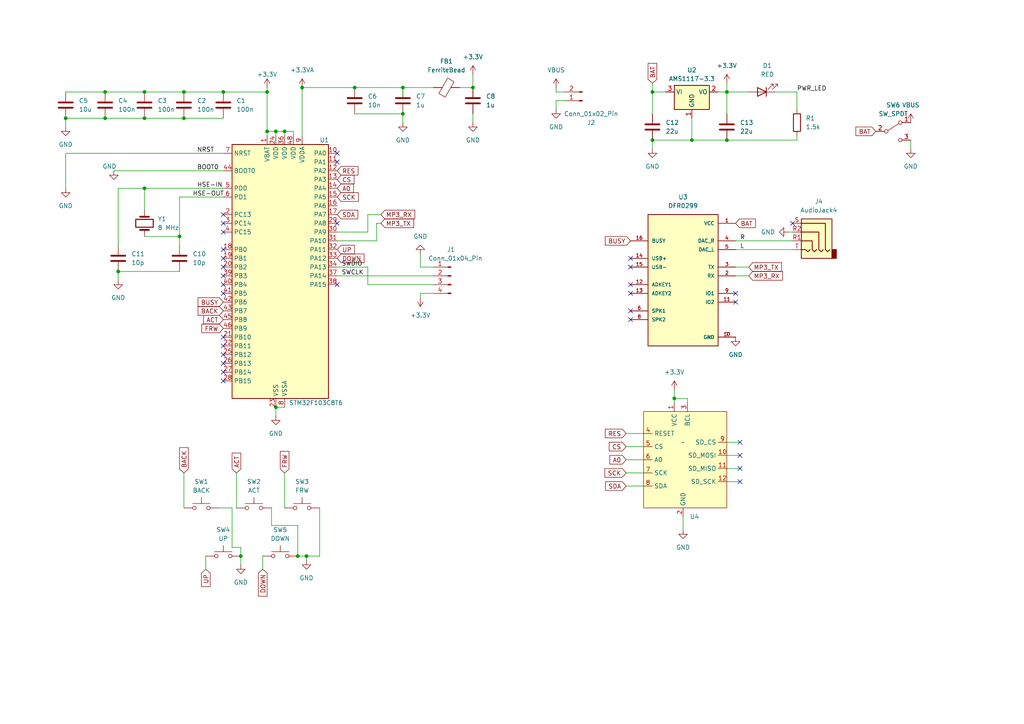
<source format=kicad_sch>
(kicad_sch (version 20230121) (generator eeschema)
  (paper "A4")
  (lib_symbols
    (symbol "Connector:Conn_01x02_Pin" (pin_names (offset 1.016) hide)
      (property "Reference" "J" (at 0 2.54 0))
      (property "Value" "Conn_01x02_Pin" (at 0 -5.08 0))
      (symbol "Conn_01x02_Pin_1_1"
        (polyline (pts (xy 1.27 -2.54) (xy 0.8636 -2.54)) (stroke (width 0.1524)))
        (polyline (pts (xy 1.27 0) (xy 0.8636 0)) (stroke (width 0.1524)))
        (rectangle (start 0.8636 -2.413) (end 0 -2.667) (stroke (width 0.1524)) (fill (type outline)))
        (rectangle (start 0.8636 0.127) (end 0 -0.127) (stroke (width 0.1524)) (fill (type outline)))
        (pin passive line (at 5.08 0 180) (length 3.81) (name "Pin_1") (number "1"))
        (pin passive line (at 5.08 -2.54 180) (length 3.81) (name "Pin_2") (number "2"))
      )
    )
    (symbol "Connector:Conn_01x04_Pin" (pin_names (offset 1.016) hide)
      (property "Reference" "J" (at 0 5.08 0))
      (property "Value" "Conn_01x04_Pin" (at 0 -7.62 0))
      (symbol "Conn_01x04_Pin_1_1"
        (polyline (pts (xy 1.27 -5.08) (xy 0.8636 -5.08)) (stroke (width 0.1524)))
        (polyline (pts (xy 1.27 -2.54) (xy 0.8636 -2.54)) (stroke (width 0.1524)))
        (polyline (pts (xy 1.27 0) (xy 0.8636 0)) (stroke (width 0.1524)))
        (polyline (pts (xy 1.27 2.54) (xy 0.8636 2.54)) (stroke (width 0.1524)))
        (rectangle (start 0.8636 -4.953) (end 0 -5.207) (stroke (width 0.1524)) (fill (type outline)))
        (rectangle (start 0.8636 -2.413) (end 0 -2.667) (stroke (width 0.1524)) (fill (type outline)))
        (rectangle (start 0.8636 0.127) (end 0 -0.127) (stroke (width 0.1524)) (fill (type outline)))
        (rectangle (start 0.8636 2.667) (end 0 2.413) (stroke (width 0.1524)) (fill (type outline)))
        (pin passive line (at 5.08 2.54 180) (length 3.81) (name "Pin_1") (number "1"))
        (pin passive line (at 5.08 0 180) (length 3.81) (name "Pin_2") (number "2"))
        (pin passive line (at 5.08 -2.54 180) (length 3.81) (name "Pin_3") (number "3"))
        (pin passive line (at 5.08 -5.08 180) (length 3.81) (name "Pin_4") (number "4"))
      )
    )
    (symbol "DFR0299:DFR0299" (pin_names (offset 1.016))
      (property "Reference" "U" (at -10.16 18.542 0))
      (property "Value" "DFR0299" (at -10.16 -22.86 0))
      (symbol "DFR0299_0_0"
        (rectangle (start -10.16 -20.32) (end 10.16 17.78) (stroke (width 0.254)) (fill (type background)))
        (pin power_in line (at 15.24 15.24 180) (length 5.08) (name "VCC") (number "1"))
        (pin power_in line (at 15.24 -17.78 180) (length 5.08) (name "GND") (number "10"))
        (pin bidirectional line (at 15.24 -7.62 180) (length 5.08) (name "IO2") (number "11"))
        (pin input line (at -15.24 -2.54 0) (length 5.08) (name "ADKEY1") (number "12"))
        (pin input line (at -15.24 -5.08 0) (length 5.08) (name "ADKEY2") (number "13"))
        (pin input line (at -15.24 5.08 0) (length 5.08) (name "USB+") (number "14"))
        (pin input line (at -15.24 2.54 0) (length 5.08) (name "USB-") (number "15"))
        (pin input line (at -15.24 10.16 0) (length 5.08) (name "BUSY") (number "16"))
        (pin input line (at 15.24 0 180) (length 5.08) (name "RX") (number "2"))
        (pin output line (at 15.24 2.54 180) (length 5.08) (name "TX") (number "3"))
        (pin output line (at 15.24 10.16 180) (length 5.08) (name "DAC_R") (number "4"))
        (pin output line (at 15.24 7.62 180) (length 5.08) (name "DAC_L") (number "5"))
        (pin passive line (at -15.24 -10.16 0) (length 5.08) (name "SPK1") (number "6"))
        (pin power_in line (at 15.24 -17.78 180) (length 5.08) (name "GND") (number "7"))
        (pin passive line (at -15.24 -12.7 0) (length 5.08) (name "SPK2") (number "8"))
        (pin bidirectional line (at 15.24 -5.08 180) (length 5.08) (name "IO1") (number "9"))
      )
    )
    (symbol "Device:C" (pin_numbers hide) (pin_names (offset 0.254))
      (property "Reference" "C" (at 0.635 2.54 0))
      (property "Value" "C" (at 0.635 -2.54 0))
      (symbol "C_0_1"
        (polyline (pts (xy -2.032 -0.762) (xy 2.032 -0.762)) (stroke (width 0.508)))
        (polyline (pts (xy -2.032 0.762) (xy 2.032 0.762)) (stroke (width 0.508)))
      )
      (symbol "C_1_1"
        (pin passive line (at 0 3.81 270) (length 2.794) (name "~") (number "1"))
        (pin passive line (at 0 -3.81 90) (length 2.794) (name "~") (number "2"))
      )
    )
    (symbol "Device:Crystal" (pin_numbers hide) (pin_names (offset 1.016) hide)
      (property "Reference" "Y" (at 0 3.81 0))
      (property "Value" "Crystal" (at 0 -3.81 0))
      (symbol "Crystal_0_1"
        (rectangle (start -1.143 2.54) (end 1.143 -2.54) (stroke (width 0.3048)))
        (polyline (pts (xy -2.54 0) (xy -1.905 0)))
        (polyline (pts (xy -1.905 -1.27) (xy -1.905 1.27)) (stroke (width 0.508)))
        (polyline (pts (xy 1.905 -1.27) (xy 1.905 1.27)) (stroke (width 0.508)))
        (polyline (pts (xy 2.54 0) (xy 1.905 0)))
      )
      (symbol "Crystal_1_1"
        (pin passive line (at -3.81 0 0) (length 1.27) (name "1") (number "1"))
        (pin passive line (at 3.81 0 180) (length 1.27) (name "2") (number "2"))
      )
    )
    (symbol "Device:FerriteBead" (pin_numbers hide) (pin_names (offset 0))
      (property "Reference" "FB" (at -3.81 0.635 90))
      (property "Value" "FerriteBead" (at 3.81 0 90))
      (symbol "FerriteBead_0_1"
        (polyline (pts (xy 0 -1.27) (xy 0 -1.2192)))
        (polyline (pts (xy 0 1.27) (xy 0 1.2954)))
        (polyline (pts (xy -2.7686 0.4064) (xy -1.7018 2.2606) (xy 2.7686 -0.3048) (xy 1.6764 -2.159) (xy -2.7686 0.4064)))
      )
      (symbol "FerriteBead_1_1"
        (pin passive line (at 0 3.81 270) (length 2.54) (name "~") (number "1"))
        (pin passive line (at 0 -3.81 90) (length 2.54) (name "~") (number "2"))
      )
    )
    (symbol "Device:LED" (pin_numbers hide) (pin_names (offset 1.016) hide)
      (property "Reference" "D" (at 0 2.54 0))
      (property "Value" "LED" (at 0 -2.54 0))
      (symbol "LED_0_1"
        (polyline (pts (xy -1.27 -1.27) (xy -1.27 1.27)) (stroke (width 0.254)))
        (polyline (pts (xy -1.27 0) (xy 1.27 0)))
        (polyline (pts (xy 1.27 -1.27) (xy 1.27 1.27) (xy -1.27 0) (xy 1.27 -1.27)) (stroke (width 0.254)))
        (polyline (pts (xy -3.048 -0.762) (xy -4.572 -2.286) (xy -3.81 -2.286) (xy -4.572 -2.286) (xy -4.572 -1.524)))
        (polyline (pts (xy -1.778 -0.762) (xy -3.302 -2.286) (xy -2.54 -2.286) (xy -3.302 -2.286) (xy -3.302 -1.524)))
      )
      (symbol "LED_1_1"
        (pin passive line (at -3.81 0 0) (length 2.54) (name "K") (number "1"))
        (pin passive line (at 3.81 0 180) (length 2.54) (name "A") (number "2"))
      )
    )
    (symbol "Device:R" (pin_numbers hide) (pin_names (offset 0))
      (property "Reference" "R" (at 2.032 0 90))
      (property "Value" "R" (at 0 0 90))
      (symbol "R_0_1"
        (rectangle (start -1.016 -2.54) (end 1.016 2.54) (stroke (width 0.254)))
      )
      (symbol "R_1_1"
        (pin passive line (at 0 3.81 270) (length 1.27) (name "~") (number "1"))
        (pin passive line (at 0 -3.81 90) (length 1.27) (name "~") (number "2"))
      )
    )
    (symbol "MCU_ST_STM32F1:STM32F103C8Tx"
      (property "Reference" "U" (at -12.7 39.37 0))
      (property "Value" "STM32F103C8Tx" (at 10.16 39.37 0))
      (symbol "STM32F103C8Tx_0_1"
        (rectangle (start -12.7 -35.56) (end 15.24 38.1) (stroke (width 0.254)) (fill (type background)))
      )
      (symbol "STM32F103C8Tx_1_1"
        (pin power_in line (at -2.54 40.64 270) (length 2.54) (name "VBAT") (number "1"))
        (pin bidirectional line (at 17.78 35.56 180) (length 2.54) (name "PA0") (number "10"))
        (pin bidirectional line (at 17.78 33.02 180) (length 2.54) (name "PA1") (number "11"))
        (pin bidirectional line (at 17.78 30.48 180) (length 2.54) (name "PA2") (number "12"))
        (pin bidirectional line (at 17.78 27.94 180) (length 2.54) (name "PA3") (number "13"))
        (pin bidirectional line (at 17.78 25.4 180) (length 2.54) (name "PA4") (number "14"))
        (pin bidirectional line (at 17.78 22.86 180) (length 2.54) (name "PA5") (number "15"))
        (pin bidirectional line (at 17.78 20.32 180) (length 2.54) (name "PA6") (number "16"))
        (pin bidirectional line (at 17.78 17.78 180) (length 2.54) (name "PA7") (number "17"))
        (pin bidirectional line (at -15.24 7.62 0) (length 2.54) (name "PB0") (number "18"))
        (pin bidirectional line (at -15.24 5.08 0) (length 2.54) (name "PB1") (number "19"))
        (pin bidirectional line (at -15.24 17.78 0) (length 2.54) (name "PC13") (number "2"))
        (pin bidirectional line (at -15.24 2.54 0) (length 2.54) (name "PB2") (number "20"))
        (pin bidirectional line (at -15.24 -17.78 0) (length 2.54) (name "PB10") (number "21"))
        (pin bidirectional line (at -15.24 -20.32 0) (length 2.54) (name "PB11") (number "22"))
        (pin power_in line (at 0 -38.1 90) (length 2.54) (name "VSS") (number "23"))
        (pin power_in line (at 0 40.64 270) (length 2.54) (name "VDD") (number "24"))
        (pin bidirectional line (at -15.24 -22.86 0) (length 2.54) (name "PB12") (number "25"))
        (pin bidirectional line (at -15.24 -25.4 0) (length 2.54) (name "PB13") (number "26"))
        (pin bidirectional line (at -15.24 -27.94 0) (length 2.54) (name "PB14") (number "27"))
        (pin bidirectional line (at -15.24 -30.48 0) (length 2.54) (name "PB15") (number "28"))
        (pin bidirectional line (at 17.78 15.24 180) (length 2.54) (name "PA8") (number "29"))
        (pin bidirectional line (at -15.24 15.24 0) (length 2.54) (name "PC14") (number "3"))
        (pin bidirectional line (at 17.78 12.7 180) (length 2.54) (name "PA9") (number "30"))
        (pin bidirectional line (at 17.78 10.16 180) (length 2.54) (name "PA10") (number "31"))
        (pin bidirectional line (at 17.78 7.62 180) (length 2.54) (name "PA11") (number "32"))
        (pin bidirectional line (at 17.78 5.08 180) (length 2.54) (name "PA12") (number "33"))
        (pin bidirectional line (at 17.78 2.54 180) (length 2.54) (name "PA13") (number "34"))
        (pin passive line (at 0 -38.1 90) (length 2.54) hide (name "VSS") (number "35"))
        (pin power_in line (at 2.54 40.64 270) (length 2.54) (name "VDD") (number "36"))
        (pin bidirectional line (at 17.78 0 180) (length 2.54) (name "PA14") (number "37"))
        (pin bidirectional line (at 17.78 -2.54 180) (length 2.54) (name "PA15") (number "38"))
        (pin bidirectional line (at -15.24 0 0) (length 2.54) (name "PB3") (number "39"))
        (pin bidirectional line (at -15.24 12.7 0) (length 2.54) (name "PC15") (number "4"))
        (pin bidirectional line (at -15.24 -2.54 0) (length 2.54) (name "PB4") (number "40"))
        (pin bidirectional line (at -15.24 -5.08 0) (length 2.54) (name "PB5") (number "41"))
        (pin bidirectional line (at -15.24 -7.62 0) (length 2.54) (name "PB6") (number "42"))
        (pin bidirectional line (at -15.24 -10.16 0) (length 2.54) (name "PB7") (number "43"))
        (pin input line (at -15.24 30.48 0) (length 2.54) (name "BOOT0") (number "44"))
        (pin bidirectional line (at -15.24 -12.7 0) (length 2.54) (name "PB8") (number "45"))
        (pin bidirectional line (at -15.24 -15.24 0) (length 2.54) (name "PB9") (number "46"))
        (pin passive line (at 0 -38.1 90) (length 2.54) hide (name "VSS") (number "47"))
        (pin power_in line (at 5.08 40.64 270) (length 2.54) (name "VDD") (number "48"))
        (pin bidirectional line (at -15.24 25.4 0) (length 2.54) (name "PD0") (number "5"))
        (pin bidirectional line (at -15.24 22.86 0) (length 2.54) (name "PD1") (number "6"))
        (pin input line (at -15.24 35.56 0) (length 2.54) (name "NRST") (number "7"))
        (pin power_in line (at 2.54 -38.1 90) (length 2.54) (name "VSSA") (number "8"))
        (pin power_in line (at 7.62 40.64 270) (length 2.54) (name "VDDA") (number "9"))
      )
    )
    (symbol "Regulator_Linear:AMS1117-3.3"
      (property "Reference" "U" (at -3.81 3.175 0))
      (property "Value" "AMS1117-3.3" (at 0 3.175 0))
      (symbol "AMS1117-3.3_0_1"
        (rectangle (start -5.08 -5.08) (end 5.08 1.905) (stroke (width 0.254)) (fill (type background)))
      )
      (symbol "AMS1117-3.3_1_1"
        (pin power_in line (at 0 -7.62 90) (length 2.54) (name "GND") (number "1"))
        (pin power_out line (at 7.62 0 180) (length 2.54) (name "VO") (number "2"))
        (pin power_in line (at -7.62 0 0) (length 2.54) (name "VI") (number "3"))
      )
    )
    (symbol "Switch:SW_Push" (pin_numbers hide) (pin_names (offset 1.016) hide)
      (property "Reference" "SW" (at 1.27 2.54 0))
      (property "Value" "SW_Push" (at 0 -1.524 0))
      (symbol "SW_Push_0_1"
        (circle (center -2.032 0) (radius 0.508))
        (polyline (pts (xy 0 1.27) (xy 0 3.048)))
        (polyline (pts (xy 2.54 1.27) (xy -2.54 1.27)))
        (circle (center 2.032 0) (radius 0.508))
        (pin passive line (at -5.08 0 0) (length 2.54) (name "1") (number "1"))
        (pin passive line (at 5.08 0 180) (length 2.54) (name "2") (number "2"))
      )
    )
    (symbol "Switch:SW_SPDT" (pin_names (offset 0) hide)
      (property "Reference" "SW" (at 0 4.318 0))
      (property "Value" "SW_SPDT" (at 0 -5.08 0))
      (symbol "SW_SPDT_0_0"
        (circle (center -2.032 0) (radius 0.508))
        (circle (center 2.032 -2.54) (radius 0.508))
      )
      (symbol "SW_SPDT_0_1"
        (polyline (pts (xy -1.524 0.254) (xy 1.651 2.286)))
        (circle (center 2.032 2.54) (radius 0.508))
      )
      (symbol "SW_SPDT_1_1"
        (pin passive line (at 5.08 2.54 180) (length 2.54) (name "A") (number "1"))
        (pin passive line (at -5.08 0 0) (length 2.54) (name "B") (number "2"))
        (pin passive line (at 5.08 -2.54 180) (length 2.54) (name "C") (number "3"))
      )
    )
    (symbol "new_conn:AudioJack4"
      (property "Reference" "J" (at 0 8.89 0))
      (property "Value" "AudioJack4" (at 0 6.35 0))
      (symbol "AudioJack4_0_1"
        (rectangle (start -6.35 -5.08) (end -7.62 -7.62) (stroke (width 0.254)) (fill (type outline)))
        (polyline (pts (xy 0 -5.08) (xy 0.635 -5.715) (xy 1.27 -5.08) (xy 2.54 -5.08)) (stroke (width 0.254)))
        (polyline (pts (xy -5.715 -5.08) (xy -5.08 -5.715) (xy -4.445 -5.08) (xy -4.445 2.54) (xy 2.54 2.54)) (stroke (width 0.254)))
        (polyline (pts (xy -1.905 -5.08) (xy -1.27 -5.715) (xy -0.635 -5.08) (xy -0.635 -2.54) (xy 2.54 -2.54)) (stroke (width 0.254)))
        (polyline (pts (xy 2.54 0) (xy -2.54 0) (xy -2.54 -5.08) (xy -3.175 -5.715) (xy -3.81 -5.08)) (stroke (width 0.254)))
        (rectangle (start 2.54 3.81) (end -6.35 -7.62) (stroke (width 0.254)) (fill (type background)))
      )
      (symbol "AudioJack4_1_1"
        (pin passive line (at 5.08 -2.54 180) (length 2.54) (name "~") (number "R1"))
        (pin passive line (at 5.08 0 180) (length 2.54) (name "~") (number "R2"))
        (pin passive line (at 5.08 2.54 180) (length 2.54) (name "~") (number "S"))
        (pin passive line (at 5.08 -5.08 180) (length 2.54) (name "~") (number "T"))
      )
    )
    (symbol "power:+3.3V" (power) (pin_names (offset 0))
      (property "Value" "+3.3V" (at 0 3.556 0))
      (symbol "+3.3V_0_1"
        (polyline (pts (xy -0.762 1.27) (xy 0 2.54)))
        (polyline (pts (xy 0 0) (xy 0 2.54)))
        (polyline (pts (xy 0 2.54) (xy 0.762 1.27)))
      )
      (symbol "+3.3V_1_1"
        (pin power_in line (at 0 0 90) (length 0) hide (name "+3.3V") (number "1"))
      )
    )
    (symbol "power:+3.3VA" (power) (pin_names (offset 0))
      (property "Value" "+3.3VA" (at 0 3.556 0))
      (symbol "+3.3VA_0_1"
        (polyline (pts (xy -0.762 1.27) (xy 0 2.54)))
        (polyline (pts (xy 0 0) (xy 0 2.54)))
        (polyline (pts (xy 0 2.54) (xy 0.762 1.27)))
      )
      (symbol "+3.3VA_1_1"
        (pin power_in line (at 0 0 90) (length 0) hide (name "+3.3VA") (number "1"))
      )
    )
    (symbol "power:GND" (power) (pin_names (offset 0))
      (property "Value" "GND" (at 0 -3.81 0))
      (symbol "GND_0_1"
        (polyline (pts (xy 0 0) (xy 0 -1.27) (xy 1.27 -1.27) (xy 0 -2.54) (xy -1.27 -1.27) (xy 0 -1.27)))
      )
      (symbol "GND_1_1"
        (pin power_in line (at 0 0 270) (length 0) hide (name "GND") (number "1"))
      )
    )
    (symbol "power:VBUS" (power) (pin_names (offset 0))
      (property "Value" "VBUS" (at 0 3.81 0))
      (symbol "VBUS_0_1"
        (polyline (pts (xy -0.762 1.27) (xy 0 2.54)))
        (polyline (pts (xy 0 0) (xy 0 2.54)))
        (polyline (pts (xy 0 2.54) (xy 0.762 1.27)))
      )
      (symbol "VBUS_1_1"
        (pin power_in line (at 0 0 90) (length 0) hide (name "VBUS") (number "1"))
      )
    )
    (symbol "st7735s:ST7735s"
      (property "Reference" "U" (at 7.62 17.78 0))
      (symbol "ST7735s_1_1"
        (rectangle (start -11.43 15.24) (end 12.7 -12.7) (fill (type background)))
        (pin input line (at -2.54 17.78 270) (length 2.54) (name "VCC") (number "1"))
        (pin input line (at 12.7 2.54 180) (length 2.54) (name "SD_MOSI") (number "10"))
        (pin input line (at 12.7 -1.27 180) (length 2.54) (name "SD_MISO") (number "11"))
        (pin input line (at 12.7 -5.08 180) (length 2.54) (name "SD_SCK") (number "12"))
        (pin input line (at 0 -15.24 90) (length 2.54) (name "GND") (number "2"))
        (pin input line (at 1.27 17.78 270) (length 2.54) (name "BCL") (number "3"))
        (pin input line (at -11.43 8.89 0) (length 2.54) (name "RESET") (number "4"))
        (pin input line (at -11.43 5.08 0) (length 2.54) (name "CS") (number "5"))
        (pin input line (at -11.43 1.27 0) (length 2.54) (name "A0") (number "6"))
        (pin input line (at -11.43 -2.54 0) (length 2.54) (name "SCK") (number "7"))
        (pin input line (at -11.43 -6.35 0) (length 2.54) (name "SDA") (number "8"))
        (pin input line (at 12.7 6.35 180) (length 2.54) (name "SD_CS") (number "9"))
      )
    )
  )
  (junction (at 52.07 68.58))
  (junction (at 210.82 26.67))
  (junction (at 30.48 34.29))
  (junction (at 77.47 26.67))
  (junction (at 88.9 161.29))
  (junction (at 41.91 34.29))
  (junction (at 69.85 161.29))
  (junction (at 80.01 118.11))
  (junction (at 195.58 115.57))
  (junction (at 53.34 34.29))
  (junction (at 82.55 38.1))
  (junction (at 53.34 26.67))
  (junction (at 200.66 40.64))
  (junction (at 19.05 34.29))
  (junction (at 34.29 78.74))
  (junction (at 116.84 25.4))
  (junction (at 80.01 38.1))
  (junction (at 102.87 25.4))
  (junction (at 30.48 26.67))
  (junction (at 189.23 26.67))
  (junction (at 41.91 26.67))
  (junction (at 189.23 40.64))
  (junction (at 210.82 40.64))
  (junction (at 86.36 161.29))
  (junction (at 87.63 25.4))
  (junction (at 64.77 26.67))
  (junction (at 137.16 25.4))
  (junction (at 77.47 38.1))
  (junction (at 41.91 54.61))
  (junction (at 116.84 33.02))
  (no_connect (at 182.88 74.93))
  (no_connect (at 182.88 77.47))
  (no_connect (at 214.63 132.08))
  (no_connect (at 182.88 90.17))
  (no_connect (at 64.77 72.39))
  (no_connect (at 64.77 105.41))
  (no_connect (at 64.77 67.31))
  (no_connect (at 64.77 97.79))
  (no_connect (at 182.88 82.55))
  (no_connect (at 64.77 80.01))
  (no_connect (at 64.77 77.47))
  (no_connect (at 64.77 64.77))
  (no_connect (at 64.77 100.33))
  (no_connect (at 64.77 110.49))
  (no_connect (at 64.77 85.09))
  (no_connect (at 229.87 64.77))
  (no_connect (at 213.36 87.63))
  (no_connect (at 214.63 135.89))
  (no_connect (at 97.79 64.77))
  (no_connect (at 64.77 74.93))
  (no_connect (at 214.63 128.27))
  (no_connect (at 214.63 139.7))
  (no_connect (at 97.79 44.45))
  (no_connect (at 64.77 107.95))
  (no_connect (at 64.77 62.23))
  (no_connect (at 213.36 85.09))
  (no_connect (at 182.88 85.09))
  (no_connect (at 64.77 82.55))
  (no_connect (at 64.77 102.87))
  (no_connect (at 97.79 82.55))
  (no_connect (at 97.79 46.99))
  (no_connect (at 182.88 92.71))
  (wire (pts (xy 19.05 34.29) (xy 19.05 36.83)))
  (wire (pts (xy 231.14 40.64) (xy 231.14 39.37)))
  (wire (pts (xy 85.09 38.1) (xy 85.09 39.37)))
  (wire (pts (xy 69.85 161.29) (xy 69.85 163.83)))
  (wire (pts (xy 231.14 26.67) (xy 231.14 31.75)))
  (wire (pts (xy 106.68 82.55) (xy 106.68 77.47)))
  (wire (pts (xy 195.58 113.03) (xy 195.58 115.57)))
  (wire (pts (xy 41.91 26.67) (xy 53.34 26.67)))
  (wire (pts (xy 137.16 21.59) (xy 137.16 25.4)))
  (wire (pts (xy 64.77 54.61) (xy 41.91 54.61)))
  (wire (pts (xy 161.29 26.67) (xy 163.83 26.67)))
  (wire (pts (xy 92.71 161.29) (xy 88.9 161.29)))
  (wire (pts (xy 181.61 129.54) (xy 186.69 129.54)))
  (wire (pts (xy 133.35 25.4) (xy 137.16 25.4)))
  (wire (pts (xy 161.29 26.67) (xy 161.29 25.4)))
  (wire (pts (xy 92.71 147.32) (xy 92.71 161.29)))
  (wire (pts (xy 161.29 29.21) (xy 163.83 29.21)))
  (wire (pts (xy 80.01 118.11) (xy 80.01 120.65)))
  (wire (pts (xy 77.47 38.1) (xy 77.47 39.37)))
  (wire (pts (xy 213.36 80.01) (xy 217.17 80.01)))
  (wire (pts (xy 82.55 137.16) (xy 82.55 147.32)))
  (wire (pts (xy 210.82 26.67) (xy 217.17 26.67)))
  (wire (pts (xy 41.91 54.61) (xy 41.91 60.96)))
  (wire (pts (xy 121.92 85.09) (xy 121.92 86.36)))
  (wire (pts (xy 67.31 147.32) (xy 67.31 158.75)))
  (wire (pts (xy 80.01 38.1) (xy 82.55 38.1)))
  (wire (pts (xy 77.47 38.1) (xy 80.01 38.1)))
  (wire (pts (xy 97.79 67.31) (xy 106.68 67.31)))
  (wire (pts (xy 106.68 62.23) (xy 106.68 67.31)))
  (wire (pts (xy 210.82 26.67) (xy 210.82 33.02)))
  (wire (pts (xy 208.28 26.67) (xy 210.82 26.67)))
  (wire (pts (xy 161.29 29.21) (xy 161.29 31.75)))
  (wire (pts (xy 19.05 34.29) (xy 30.48 34.29)))
  (wire (pts (xy 200.66 40.64) (xy 210.82 40.64)))
  (wire (pts (xy 34.29 78.74) (xy 52.07 78.74)))
  (wire (pts (xy 116.84 33.02) (xy 116.84 35.56)))
  (wire (pts (xy 97.79 80.01) (xy 125.73 80.01)))
  (wire (pts (xy 210.82 26.67) (xy 210.82 24.13)))
  (wire (pts (xy 189.23 40.64) (xy 200.66 40.64)))
  (wire (pts (xy 189.23 24.13) (xy 189.23 26.67)))
  (wire (pts (xy 19.05 44.45) (xy 64.77 44.45)))
  (wire (pts (xy 181.61 137.16) (xy 186.69 137.16)))
  (wire (pts (xy 30.48 26.67) (xy 41.91 26.67)))
  (wire (pts (xy 64.77 26.67) (xy 77.47 26.67)))
  (wire (pts (xy 68.58 137.16) (xy 68.58 147.32)))
  (wire (pts (xy 210.82 135.89) (xy 214.63 135.89)))
  (wire (pts (xy 210.82 128.27) (xy 214.63 128.27)))
  (wire (pts (xy 59.69 161.29) (xy 59.69 165.1)))
  (wire (pts (xy 64.77 57.15) (xy 52.07 57.15)))
  (wire (pts (xy 198.12 149.86) (xy 198.12 153.67)))
  (wire (pts (xy 229.87 67.31) (xy 228.6 67.31)))
  (wire (pts (xy 199.39 116.84) (xy 199.39 115.57)))
  (wire (pts (xy 200.66 34.29) (xy 200.66 40.64)))
  (wire (pts (xy 102.87 25.4) (xy 116.84 25.4)))
  (wire (pts (xy 181.61 133.35) (xy 186.69 133.35)))
  (wire (pts (xy 82.55 38.1) (xy 82.55 39.37)))
  (wire (pts (xy 189.23 26.67) (xy 193.04 26.67)))
  (wire (pts (xy 97.79 69.85) (xy 109.22 69.85)))
  (wire (pts (xy 82.55 38.1) (xy 85.09 38.1)))
  (wire (pts (xy 121.92 73.66) (xy 121.92 77.47)))
  (wire (pts (xy 33.02 49.53) (xy 64.77 49.53)))
  (wire (pts (xy 87.63 25.4) (xy 87.63 39.37)))
  (wire (pts (xy 116.84 25.4) (xy 116.84 27.94)))
  (wire (pts (xy 213.36 69.85) (xy 229.87 69.85)))
  (wire (pts (xy 88.9 161.29) (xy 86.36 161.29)))
  (wire (pts (xy 137.16 33.02) (xy 137.16 35.56)))
  (wire (pts (xy 125.73 85.09) (xy 121.92 85.09)))
  (wire (pts (xy 53.34 34.29) (xy 64.77 34.29)))
  (wire (pts (xy 213.36 72.39) (xy 229.87 72.39)))
  (wire (pts (xy 19.05 44.45) (xy 19.05 54.61)))
  (wire (pts (xy 106.68 62.23) (xy 110.49 62.23)))
  (wire (pts (xy 213.36 77.47) (xy 217.17 77.47)))
  (wire (pts (xy 63.5 147.32) (xy 67.31 147.32)))
  (wire (pts (xy 181.61 125.73) (xy 186.69 125.73)))
  (wire (pts (xy 69.85 158.75) (xy 69.85 161.29)))
  (wire (pts (xy 109.22 69.85) (xy 109.22 64.77)))
  (wire (pts (xy 102.87 33.02) (xy 116.84 33.02)))
  (wire (pts (xy 195.58 115.57) (xy 195.58 116.84)))
  (wire (pts (xy 34.29 54.61) (xy 34.29 71.12)))
  (wire (pts (xy 80.01 38.1) (xy 80.01 39.37)))
  (wire (pts (xy 67.31 158.75) (xy 69.85 158.75)))
  (wire (pts (xy 199.39 115.57) (xy 195.58 115.57)))
  (wire (pts (xy 88.9 161.29) (xy 88.9 162.56)))
  (wire (pts (xy 76.2 161.29) (xy 76.2 165.1)))
  (wire (pts (xy 116.84 25.4) (xy 125.73 25.4)))
  (wire (pts (xy 125.73 82.55) (xy 106.68 82.55)))
  (wire (pts (xy 210.82 139.7) (xy 214.63 139.7)))
  (wire (pts (xy 53.34 26.67) (xy 64.77 26.67)))
  (wire (pts (xy 189.23 26.67) (xy 189.23 33.02)))
  (wire (pts (xy 19.05 26.67) (xy 30.48 26.67)))
  (wire (pts (xy 109.22 64.77) (xy 110.49 64.77)))
  (wire (pts (xy 77.47 25.4) (xy 77.47 26.67)))
  (wire (pts (xy 41.91 54.61) (xy 34.29 54.61)))
  (wire (pts (xy 52.07 68.58) (xy 41.91 68.58)))
  (wire (pts (xy 30.48 34.29) (xy 41.91 34.29)))
  (wire (pts (xy 210.82 132.08) (xy 214.63 132.08)))
  (wire (pts (xy 77.47 26.67) (xy 77.47 38.1)))
  (wire (pts (xy 86.36 152.4) (xy 86.36 161.29)))
  (wire (pts (xy 52.07 57.15) (xy 52.07 68.58)))
  (wire (pts (xy 41.91 34.29) (xy 53.34 34.29)))
  (wire (pts (xy 106.68 77.47) (xy 97.79 77.47)))
  (wire (pts (xy 181.61 140.97) (xy 186.69 140.97)))
  (wire (pts (xy 264.16 40.64) (xy 264.16 43.18)))
  (wire (pts (xy 210.82 40.64) (xy 231.14 40.64)))
  (wire (pts (xy 189.23 40.64) (xy 189.23 43.18)))
  (wire (pts (xy 78.74 147.32) (xy 78.74 152.4)))
  (wire (pts (xy 53.34 137.16) (xy 53.34 147.32)))
  (wire (pts (xy 34.29 78.74) (xy 34.29 81.28)))
  (wire (pts (xy 52.07 68.58) (xy 52.07 71.12)))
  (wire (pts (xy 121.92 77.47) (xy 125.73 77.47)))
  (wire (pts (xy 80.01 118.11) (xy 82.55 118.11)))
  (wire (pts (xy 78.74 152.4) (xy 86.36 152.4)))
  (wire (pts (xy 224.79 26.67) (xy 231.14 26.67)))
  (wire (pts (xy 87.63 25.4) (xy 102.87 25.4)))
  (label "BOOT0" (at 57.15 49.53 0))
  (label "R" (at 214.63 69.85 0))
  (label "SWDIO" (at 99.06 77.47 0))
  (label "NRST" (at 57.15 44.45 0))
  (label "PWR_LED" (at 231.14 26.67 0))
  (label "HSE-OUT" (at 55.88 57.15 0))
  (label "HSE-IN" (at 57.15 54.61 0))
  (label "L" (at 214.63 72.39 0))
  (label "SWCLK" (at 99.06 80.01 0))
  (global_label "BACK" (shape input) (at 64.77 90.17 180) (property "Intersheetrefs" "${INTERSHEET_REFS}" (effects hide)))
  (global_label "FRW" (shape input) (at 82.55 137.16 90) (property "Intersheetrefs" "${INTERSHEET_REFS}" (effects hide)))
  (global_label "CS" (shape input) (at 181.61 129.54 180) (property "Intersheetrefs" "${INTERSHEET_REFS}" (effects hide)))
  (global_label "SDA" (shape input) (at 181.61 140.97 180) (property "Intersheetrefs" "${INTERSHEET_REFS}" (effects hide)))
  (global_label "SCK" (shape input) (at 97.79 57.15 0) (property "Intersheetrefs" "${INTERSHEET_REFS}" (effects hide)))
  (global_label "UP" (shape input) (at 97.79 72.39 0) (property "Intersheetrefs" "${INTERSHEET_REFS}" (effects hide)))
  (global_label "BAT" (shape input) (at 254 38.1 180) (property "Intersheetrefs" "${INTERSHEET_REFS}" (effects hide)))
  (global_label "ACT" (shape input) (at 64.77 92.71 180) (property "Intersheetrefs" "${INTERSHEET_REFS}" (effects hide)))
  (global_label "MP3_TX" (shape input) (at 110.49 64.77 0) (property "Intersheetrefs" "${INTERSHEET_REFS}" (effects hide)))
  (global_label "BUSY" (shape input) (at 182.88 69.85 180) (property "Intersheetrefs" "${INTERSHEET_REFS}" (effects hide)))
  (global_label "DOWN" (shape input) (at 97.79 74.93 0) (property "Intersheetrefs" "${INTERSHEET_REFS}" (effects hide)))
  (global_label "A0" (shape input) (at 97.79 54.61 0) (property "Intersheetrefs" "${INTERSHEET_REFS}" (effects hide)))
  (global_label "RES" (shape input) (at 97.79 49.53 0) (property "Intersheetrefs" "${INTERSHEET_REFS}" (effects hide)))
  (global_label "BAT" (shape input) (at 189.23 24.13 90) (property "Intersheetrefs" "${INTERSHEET_REFS}" (effects hide)))
  (global_label "SDA" (shape input) (at 97.79 62.23 0) (property "Intersheetrefs" "${INTERSHEET_REFS}" (effects hide)))
  (global_label "ACT" (shape input) (at 68.58 137.16 90) (property "Intersheetrefs" "${INTERSHEET_REFS}" (effects hide)))
  (global_label "BUSY" (shape input) (at 64.77 87.63 180) (property "Intersheetrefs" "${INTERSHEET_REFS}" (effects hide)))
  (global_label "MP3_TX" (shape input) (at 217.17 77.47 0) (property "Intersheetrefs" "${INTERSHEET_REFS}" (effects hide)))
  (global_label "MP3_RX" (shape input) (at 217.17 80.01 0) (property "Intersheetrefs" "${INTERSHEET_REFS}" (effects hide)))
  (global_label "BACK" (shape input) (at 53.34 137.16 90) (property "Intersheetrefs" "${INTERSHEET_REFS}" (effects hide)))
  (global_label "UP" (shape input) (at 59.69 165.1 270) (property "Intersheetrefs" "${INTERSHEET_REFS}" (effects hide)))
  (global_label "FRW" (shape input) (at 64.77 95.25 180) (property "Intersheetrefs" "${INTERSHEET_REFS}" (effects hide)))
  (global_label "RES" (shape input) (at 181.61 125.73 180) (property "Intersheetrefs" "${INTERSHEET_REFS}" (effects hide)))
  (global_label "DOWN" (shape input) (at 76.2 165.1 270) (property "Intersheetrefs" "${INTERSHEET_REFS}" (effects hide)))
  (global_label "MP3_RX" (shape input) (at 110.49 62.23 0) (property "Intersheetrefs" "${INTERSHEET_REFS}" (effects hide)))
  (global_label "A0" (shape input) (at 181.61 133.35 180) (property "Intersheetrefs" "${INTERSHEET_REFS}" (effects hide)))
  (global_label "BAT" (shape input) (at 213.36 64.77 0) (property "Intersheetrefs" "${INTERSHEET_REFS}" (effects hide)))
  (global_label "SCK" (shape input) (at 181.61 137.16 180) (property "Intersheetrefs" "${INTERSHEET_REFS}" (effects hide)))
  (global_label "CS" (shape input) (at 97.79 52.07 0) (property "Intersheetrefs" "${INTERSHEET_REFS}" (effects hide)))
  (symbol (lib_id "power:GND") (at 88.9 162.56 0) (unit 1)
    (property "Reference" "#PWR022" (effects hide))
    (property "Value" "GND" (at 88.9 167.64 0))
  )
  (symbol (lib_id "power:GND") (at 34.29 81.28 0) (unit 1)
    (property "Reference" "#PWR010" (effects hide))
    (property "Value" "GND" (at 34.29 86.36 0))
  )
  (symbol (lib_id "power:GND") (at 198.12 153.67 0) (unit 1)
    (property "Reference" "#PWR023" (effects hide))
    (property "Value" "GND" (at 198.12 158.75 0))
  )
  (symbol (lib_id "Device:Crystal") (at 41.91 64.77 90) (unit 1)
    (property "Reference" "Y1" (at 45.72 63.5 90) (effects (justify right)))
    (property "Value" "8 MHz" (at 45.72 66.04 90) (effects (justify right)))
    (property "Footprint" "Crystal:Crystal_HC49-U_Vertical" (effects hide))
  )
  (symbol (lib_id "power:GND") (at 161.29 31.75 0) (unit 1)
    (property "Reference" "#PWR013" (effects hide))
    (property "Value" "GND" (at 161.29 36.83 0))
  )
  (symbol (lib_id "Device:C") (at 19.05 30.48 0) (unit 1)
    (property "Reference" "C5" (at 22.86 29.21 0) (effects (justify left)))
    (property "Value" "10u" (at 22.86 31.75 0) (effects (justify left)))
    (property "Footprint" "Capacitor_SMD:C_1206_3216Metric_Pad1.33x1.80mm_HandSolder" (effects hide))
  )
  (symbol (lib_id "Switch:SW_Push") (at 64.77 161.29 0) (unit 1)
    (property "Reference" "SW4" (at 64.77 153.67 0))
    (property "Value" "UP" (at 64.77 156.21 0))
    (property "Footprint" "Button_Switch_THT:SW_PUSH-12mm" (effects hide))
  )
  (symbol (lib_id "Regulator_Linear:AMS1117-3.3") (at 200.66 26.67 0) (unit 1)
    (property "Reference" "U2" (at 200.66 20.32 0))
    (property "Value" "AMS1117-3.3" (at 200.66 22.86 0))
    (property "Footprint" "Package_TO_SOT_SMD:SOT-223-3_TabPin2" (effects hide))
    (property "Datasheet" "http://www.advanced-monolithic.com/pdf/ds1117.pdf" (effects hide))
  )
  (symbol (lib_id "Device:LED") (at 220.98 26.67 180) (unit 1)
    (property "Reference" "D1" (at 222.5675 19.05 0))
    (property "Value" "RED" (at 222.5675 21.59 0))
    (property "Footprint" "LED_SMD:LED_1206_3216Metric_Pad1.42x1.75mm_HandSolder" (effects hide))
  )
  (symbol (lib_id "Device:C") (at 102.87 29.21 0) (unit 1)
    (property "Reference" "C6" (at 106.68 27.94 0) (effects (justify left)))
    (property "Value" "10n" (at 106.68 30.48 0) (effects (justify left)))
    (property "Footprint" "Capacitor_SMD:C_1206_3216Metric_Pad1.33x1.80mm_HandSolder" (effects hide))
  )
  (symbol (lib_id "power:VBUS") (at 161.29 25.4 0) (unit 1)
    (property "Reference" "#PWR014" (effects hide))
    (property "Value" "VBUS" (at 161.29 20.32 0))
  )
  (symbol (lib_id "st7735s:ST7735s") (at 198.12 134.62 0) (unit 1)
    (property "Reference" "U4" (at 200.0759 149.86 0) (effects (justify left)))
    (property "Value" "~" (at 198.12 128.27 0))
    (property "Footprint" "ST7735S:ST7735s" (effects hide))
  )
  (symbol (lib_id "power:GND") (at 69.85 163.83 0) (unit 1)
    (property "Reference" "#PWR021" (effects hide))
    (property "Value" "GND" (at 69.85 168.91 0))
  )
  (symbol (lib_id "Device:C") (at 34.29 74.93 0) (unit 1)
    (property "Reference" "C11" (at 38.1 73.66 0) (effects (justify left)))
    (property "Value" "10p" (at 38.1 76.2 0) (effects (justify left)))
    (property "Footprint" "Capacitor_SMD:C_1206_3216Metric_Pad1.33x1.80mm_HandSolder" (effects hide))
  )
  (symbol (lib_id "Device:C") (at 53.34 30.48 0) (unit 1)
    (property "Reference" "C2" (at 57.15 29.21 0) (effects (justify left)))
    (property "Value" "100n" (at 57.15 31.75 0) (effects (justify left)))
    (property "Footprint" "Capacitor_SMD:C_1206_3216Metric_Pad1.33x1.80mm_HandSolder" (effects hide))
  )
  (symbol (lib_id "Switch:SW_Push") (at 73.66 147.32 0) (unit 1)
    (property "Reference" "SW2" (at 73.66 139.7 0))
    (property "Value" "ACT" (at 73.66 142.24 0))
    (property "Footprint" "Button_Switch_THT:SW_PUSH_6mm" (effects hide))
  )
  (symbol (lib_id "Device:FerriteBead") (at 129.54 25.4 90) (unit 1)
    (property "Reference" "FB1" (at 129.4892 17.78 90))
    (property "Value" "FerriteBead" (at 129.4892 20.32 90))
    (property "Footprint" "Inductor_SMD:L_1206_3216Metric_Pad1.42x1.75mm_HandSolder" (effects hide))
  )
  (symbol (lib_id "Device:C") (at 30.48 30.48 0) (unit 1)
    (property "Reference" "C4" (at 34.29 29.21 0) (effects (justify left)))
    (property "Value" "100n" (at 34.29 31.75 0) (effects (justify left)))
    (property "Footprint" "Capacitor_SMD:C_1206_3216Metric_Pad1.33x1.80mm_HandSolder" (effects hide))
  )
  (symbol (lib_id "Device:C") (at 64.77 30.48 0) (unit 1)
    (property "Reference" "C1" (at 68.58 29.21 0) (effects (justify left)))
    (property "Value" "100n" (at 68.58 31.75 0) (effects (justify left)))
    (property "Footprint" "Capacitor_SMD:C_1206_3216Metric_Pad1.33x1.80mm_HandSolder" (effects hide))
  )
  (symbol (lib_id "power:+3.3V") (at 210.82 24.13 0) (unit 1)
    (property "Reference" "#PWR016" (effects hide))
    (property "Value" "+3.3V" (at 210.82 19.05 0))
  )
  (symbol (lib_id "power:+3.3V") (at 121.92 86.36 0) (mirror x) (unit 1)
    (property "Reference" "#PWR011" (effects hide))
    (property "Value" "+3.3V" (at 121.92 91.44 0))
  )
  (symbol (lib_id "power:+3.3V") (at 195.58 113.03 0) (unit 1)
    (property "Reference" "#PWR024" (effects hide))
    (property "Value" "+3.3V" (at 195.58 107.95 0))
  )
  (symbol (lib_id "power:+3.3V") (at 77.47 25.4 0) (unit 1)
    (property "Reference" "#PWR02" (effects hide))
    (property "Value" "+3.3V" (at 77.47 21.59 0))
  )
  (symbol (lib_id "Device:C") (at 52.07 74.93 0) (unit 1)
    (property "Reference" "C10" (at 55.88 73.66 0) (effects (justify left)))
    (property "Value" "10p" (at 55.88 76.2 0) (effects (justify left)))
    (property "Footprint" "Capacitor_SMD:C_1206_3216Metric_Pad1.33x1.80mm_HandSolder" (effects hide))
  )
  (symbol (lib_id "power:GND") (at 80.01 120.65 0) (unit 1)
    (property "Reference" "#PWR01" (effects hide))
    (property "Value" "GND" (at 80.01 125.73 0))
  )
  (symbol (lib_id "power:GND") (at 19.05 36.83 0) (unit 1)
    (property "Reference" "#PWR04" (effects hide))
    (property "Value" "GND" (at 19.05 41.91 0))
  )
  (symbol (lib_id "MCU_ST_STM32F1:STM32F103C8Tx") (at 80.01 80.01 0) (unit 1)
    (property "Reference" "U1" (at 92.71 40.64 0) (effects (justify left)))
    (property "Value" "STM32F103C8T6" (at 83.82 116.84 0) (effects (justify left)))
    (property "Footprint" "Package_QFP:LQFP-48_7x7mm_P0.5mm" (effects hide))
    (property "Datasheet" "https://www.st.com/resource/en/datasheet/stm32f103c8.pdf" (effects hide))
  )
  (symbol (lib_id "power:GND") (at 121.92 73.66 0) (mirror x) (unit 1)
    (property "Reference" "#PWR012" (effects hide))
    (property "Value" "GND" (at 121.92 68.58 0))
  )
  (symbol (lib_id "power:GND") (at 33.02 49.53 0) (unit 1)
    (property "Reference" "#PWR09" (effects hide))
    (property "Value" "GND" (at 31.75 48.26 0))
  )
  (symbol (lib_id "Device:C") (at 116.84 29.21 0) (unit 1)
    (property "Reference" "C7" (at 120.65 27.94 0) (effects (justify left)))
    (property "Value" "1u" (at 120.65 30.48 0) (effects (justify left)))
    (property "Footprint" "Capacitor_SMD:C_1206_3216Metric_Pad1.33x1.80mm_HandSolder" (effects hide))
  )
  (symbol (lib_id "Device:C") (at 137.16 29.21 0) (unit 1)
    (property "Reference" "C8" (at 140.97 27.94 0) (effects (justify left)))
    (property "Value" "1u" (at 140.97 30.48 0) (effects (justify left)))
    (property "Footprint" "Capacitor_SMD:C_1206_3216Metric_Pad1.33x1.80mm_HandSolder" (effects hide))
  )
  (symbol (lib_id "Switch:SW_Push") (at 87.63 147.32 0) (unit 1)
    (property "Reference" "SW3" (at 87.63 139.7 0))
    (property "Value" "FRW" (at 87.63 142.24 0))
    (property "Footprint" "Button_Switch_THT:SW_PUSH_6mm" (effects hide))
  )
  (symbol (lib_id "Device:C") (at 189.23 36.83 0) (unit 1)
    (property "Reference" "C12" (at 193.04 35.56 0) (effects (justify left)))
    (property "Value" "22u" (at 193.04 38.1 0) (effects (justify left)))
    (property "Footprint" "Capacitor_SMD:C_1206_3216Metric_Pad1.33x1.80mm_HandSolder" (effects hide))
  )
  (symbol (lib_id "power:GND") (at 213.36 97.79 0) (unit 1)
    (property "Reference" "#PWR020" (effects hide))
    (property "Value" "GND" (at 213.36 102.87 0))
  )
  (symbol (lib_id "power:+3.3VA") (at 87.63 25.4 0) (unit 1)
    (property "Reference" "#PWR03" (effects hide))
    (property "Value" "+3.3VA" (at 87.63 20.32 0))
  )
  (symbol (lib_id "power:VBUS") (at 264.16 35.56 0) (unit 1)
    (property "Reference" "#PWR025" (effects hide))
    (property "Value" "VBUS" (at 264.16 30.48 0))
  )
  (symbol (lib_id "power:+3.3V") (at 137.16 21.59 0) (unit 1)
    (property "Reference" "#PWR07" (effects hide))
    (property "Value" "+3.3V" (at 137.16 16.51 0))
  )
  (symbol (lib_id "power:GND") (at 116.84 35.56 0) (unit 1)
    (property "Reference" "#PWR06" (effects hide))
    (property "Value" "GND" (at 116.84 40.64 0))
  )
  (symbol (lib_id "power:GND") (at 137.16 35.56 0) (unit 1)
    (property "Reference" "#PWR05" (effects hide))
    (property "Value" "GND" (at 137.16 40.64 0))
  )
  (symbol (lib_id "Connector:Conn_01x04_Pin") (at 130.81 80.01 0) (mirror y) (unit 1)
    (property "Reference" "J1" (at 130.81 72.39 0))
    (property "Value" "Conn_01x04_Pin" (at 132.08 74.93 0))
    (property "Footprint" "Connector_PinHeader_2.54mm:PinHeader_1x04_P2.54mm_Horizontal" (effects hide))
  )
  (symbol (lib_id "Device:R") (at 231.14 35.56 180) (unit 1)
    (property "Reference" "R1" (at 233.68 34.29 0) (effects (justify right)))
    (property "Value" "1.5k" (at 233.68 36.83 0) (effects (justify right)))
    (property "Footprint" "Resistor_SMD:R_2010_5025Metric_Pad1.40x2.65mm_HandSolder" (effects hide))
  )
  (symbol (lib_id "power:GND") (at 189.23 43.18 0) (unit 1)
    (property "Reference" "#PWR017" (effects hide))
    (property "Value" "GND" (at 189.23 48.26 0))
  )
  (symbol (lib_id "power:GND") (at 264.16 43.18 0) (unit 1)
    (property "Reference" "#PWR026" (effects hide))
    (property "Value" "GND" (at 264.16 48.26 0))
  )
  (symbol (lib_id "Switch:SW_Push") (at 81.28 161.29 0) (unit 1)
    (property "Reference" "SW5" (at 81.28 153.67 0))
    (property "Value" "DOWN" (at 81.28 156.21 0))
    (property "Footprint" "Button_Switch_THT:SW_PUSH-12mm" (effects hide))
  )
  (symbol (lib_id "power:GND") (at 228.6 67.31 270) (unit 1)
    (property "Reference" "#PWR018" (effects hide))
    (property "Value" "GND" (at 224.79 67.31 90) (effects (justify right)))
  )
  (symbol (lib_id "DFR0299:DFR0299") (at 198.12 80.01 0) (unit 1)
    (property "Reference" "U3" (at 198.12 57.15 0))
    (property "Value" "DFR0299" (at 198.12 59.69 0))
    (property "Footprint" "DFR0299:MODULE_DFR0299" (effects hide))
    (property "MF" "DFRobot" (effects hide))
    (property "DESCRIPTION" "Dfplayer - a Mini Mp3 Player" (effects hide))
    (property "PACKAGE" "None" (effects hide))
    (property "PRICE" "None" (effects hide))
    (property "Package" "None" (effects hide))
    (property "Check_prices" "https://www.snapeda.com/parts/DFR0299/DFRobot/view-part/?ref=eda" (effects hide))
    (property "Price" "None" (effects hide))
    (property "SnapEDA_Link" "https://www.snapeda.com/parts/DFR0299/DFRobot/view-part/?ref=snap" (effects hide))
    (property "MP" "DFR0299" (effects hide))
    (property "Purchase-URL" "https://www.snapeda.com/api/url_track_click_mouser/?unipart_id=588059&manufacturer=DFRobot&part_name=DFR0299&search_term=None" (effects hide))
    (property "Availability" "In Stock" (effects hide))
    (property "AVAILABILITY" "Unavailable" (effects hide))
    (property "Description" "\n- MP3 Player Audio Arduino Platform Evaluation Expansion Board\n" (effects hide))
  )
  (symbol (lib_id "new_conn:AudioJack4") (at 234.95 67.31 0) (mirror y) (unit 1)
    (property "Reference" "J4" (at 237.49 58.42 0))
    (property "Value" "AudioJack4" (at 237.49 60.96 0))
    (property "Footprint" "new_conn.Pretty:new_conn" (effects hide))
  )
  (symbol (lib_id "Switch:SW_Push") (at 58.42 147.32 0) (unit 1)
    (property "Reference" "SW1" (at 58.42 139.7 0))
    (property "Value" "BACK" (at 58.42 142.24 0))
    (property "Footprint" "Button_Switch_THT:SW_PUSH_6mm" (effects hide))
  )
  (symbol (lib_id "Device:C") (at 210.82 36.83 0) (unit 1)
    (property "Reference" "C13" (at 214.63 35.56 0) (effects (justify left)))
    (property "Value" "22u" (at 214.63 38.1 0) (effects (justify left)))
    (property "Footprint" "Capacitor_SMD:C_1206_3216Metric_Pad1.33x1.80mm_HandSolder" (effects hide))
  )
  (symbol (lib_id "power:GND") (at 19.05 54.61 0) (unit 1)
    (property "Reference" "#PWR08" (effects hide))
    (property "Value" "GND" (at 19.05 59.69 0))
  )
  (symbol (lib_id "Connector:Conn_01x02_Pin") (at 168.91 29.21 180) (unit 1)
    (property "Reference" "J2" (at 171.45 35.56 0))
    (property "Value" "Conn_01x02_Pin" (at 171.45 33.02 0))
    (property "Footprint" "Connector_Phoenix_MSTB:PhoenixContact_MSTBA_2,5_2-G-5,08_1x02_P5.08mm_Horizontal" (effects hide))
  )
  (symbol (lib_id "Switch:SW_SPDT") (at 259.08 38.1 0) (unit 1)
    (property "Reference" "SW6" (at 259.08 30.48 0))
    (property "Value" "SW_SPDT" (at 259.08 33.02 0))
    (property "Footprint" "Button_Switch_THT:SW_Slide_1P2T_CK_OS102011MS2Q" (effects hide))
  )
  (symbol (lib_id "Device:C") (at 41.91 30.48 0) (unit 1)
    (property "Reference" "C3" (at 45.72 29.21 0) (effects (justify left)))
    (property "Value" "100n" (at 45.72 31.75 0) (effects (justify left)))
    (property "Footprint" "Capacitor_SMD:C_1206_3216Metric_Pad1.33x1.80mm_HandSolder" (effects hide))
  )
)
</source>
